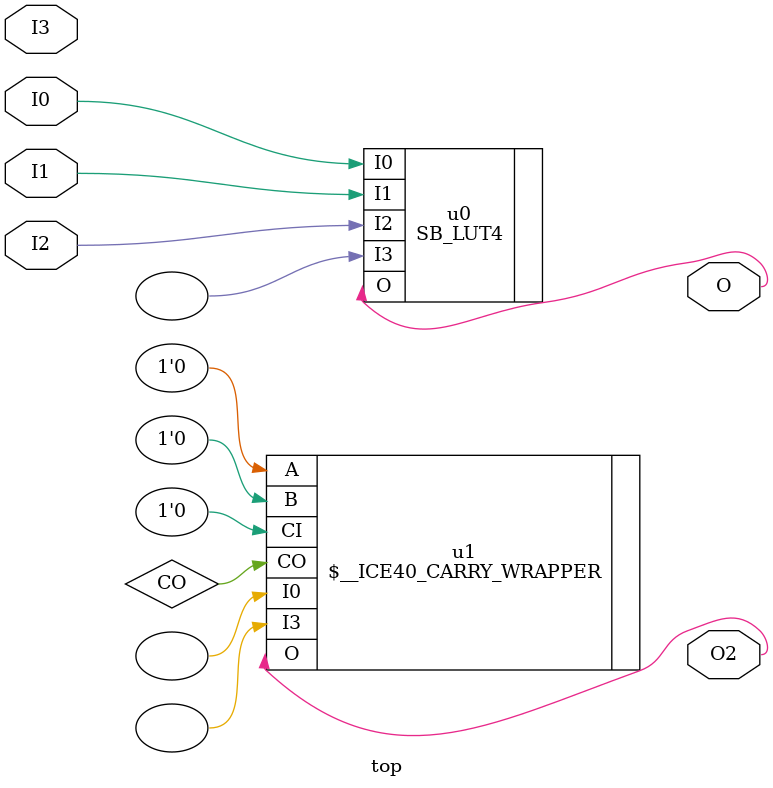
<source format=v>
module top(input I3, I2, I1, I0, output O, O2);
	SB_LUT4 #(
		.LUT_INIT(8'b 1001_0110)
	) u0 (
		.I0(I0),
		.I1(I1),
		.I2(I2),
		.I3(),
		.O(O)
	);
	wire CO;
	\$__ICE40_CARRY_WRAPPER #(
		.LUT(~8'b 1001_0110),
		.I3_IS_CI(1'b0)
	) u1 (
		.A(1'b0),
		.B(1'b0),
		.CI(1'b0),
		.I0(),
		.I3(),
		.CO(CO),
		.O(O2)
	);
endmodule

</source>
